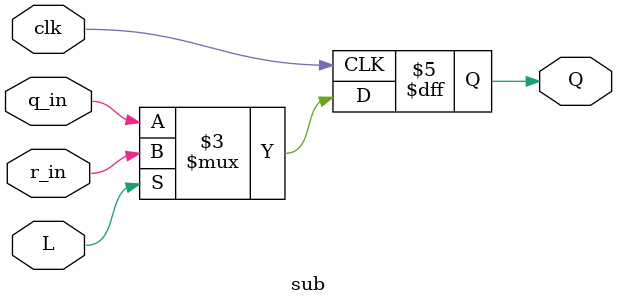
<source format=v>
module top_module (
	input [2:0] SW,      // R
	input [1:0] KEY,     // L and clk
	output [2:0] LEDR);  // Q
    
    sub DUT1 (.clk(KEY[0]),.L(KEY[1]),.r_in(SW[0]),.q_in(LEDR[2]),.Q(LEDR[0]));
    sub DUT2 (.clk(KEY[0]),.L(KEY[1]),.r_in(SW[1]),.q_in(LEDR[0]),.Q(LEDR[1]));
    sub DUT3 (.clk(KEY[0]),.L(KEY[1]),.r_in(SW[2]),.q_in(LEDR[1]^LEDR[2]),.Q(LEDR[2]));


endmodule

module sub (
	input clk,
	input L,
	input r_in,
	input q_in,
	output reg Q);
    always@(posedge clk) begin
        if(L)
            Q<=r_in;
        else
            Q<=q_in;
    end
endmodule

</source>
